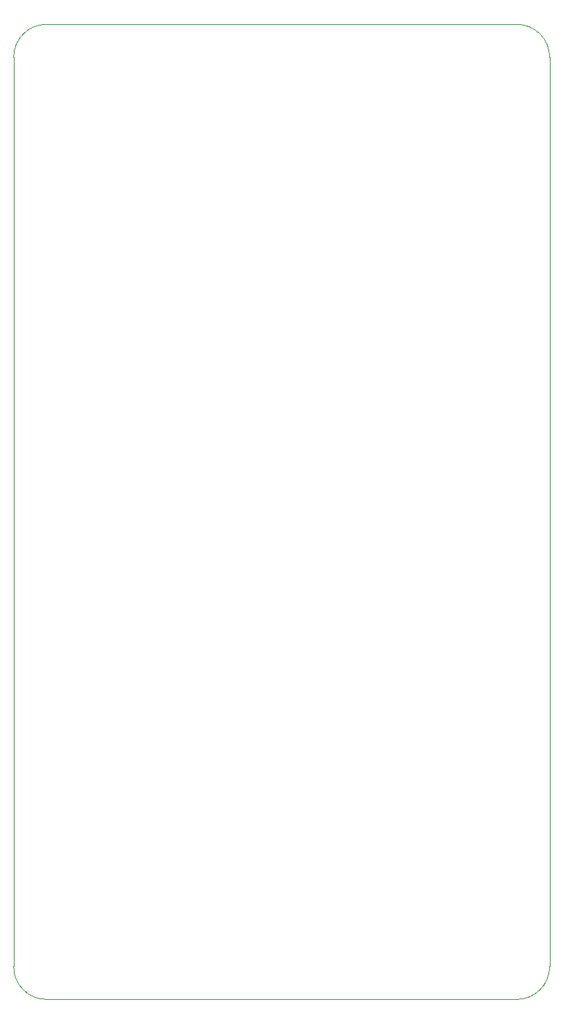
<source format=gbr>
%TF.GenerationSoftware,KiCad,Pcbnew,(5.1.6)-1*%
%TF.CreationDate,2020-09-22T13:28:35-07:00*%
%TF.ProjectId,awg-tx-shunt,6177672d-7478-42d7-9368-756e742e6b69,rev?*%
%TF.SameCoordinates,Original*%
%TF.FileFunction,Profile,NP*%
%FSLAX46Y46*%
G04 Gerber Fmt 4.6, Leading zero omitted, Abs format (unit mm)*
G04 Created by KiCad (PCBNEW (5.1.6)-1) date 2020-09-22 13:28:35*
%MOMM*%
%LPD*%
G01*
G04 APERTURE LIST*
%TA.AperFunction,Profile*%
%ADD10C,0.050000*%
%TD*%
G04 APERTURE END LIST*
D10*
X166370000Y-158750000D02*
X173990000Y-158750000D01*
X177800000Y-154940000D02*
X177800000Y-144780000D01*
X119380000Y-158750000D02*
X166370000Y-158750000D01*
X177800000Y-49530000D02*
X177800000Y-144780000D01*
X115570000Y-55880000D02*
X115570000Y-49530000D01*
X119380000Y-45720000D02*
X173990000Y-45720000D01*
X115570000Y-55880000D02*
X115570000Y-154940000D01*
X173990000Y-45720000D02*
G75*
G02*
X177800000Y-49530000I0J-3810000D01*
G01*
X177800000Y-154940000D02*
G75*
G02*
X173990000Y-158750000I-3810000J0D01*
G01*
X119380000Y-158750000D02*
G75*
G02*
X115570000Y-154940000I0J3810000D01*
G01*
X115570000Y-49530000D02*
G75*
G02*
X119380000Y-45720000I3810000J0D01*
G01*
M02*

</source>
